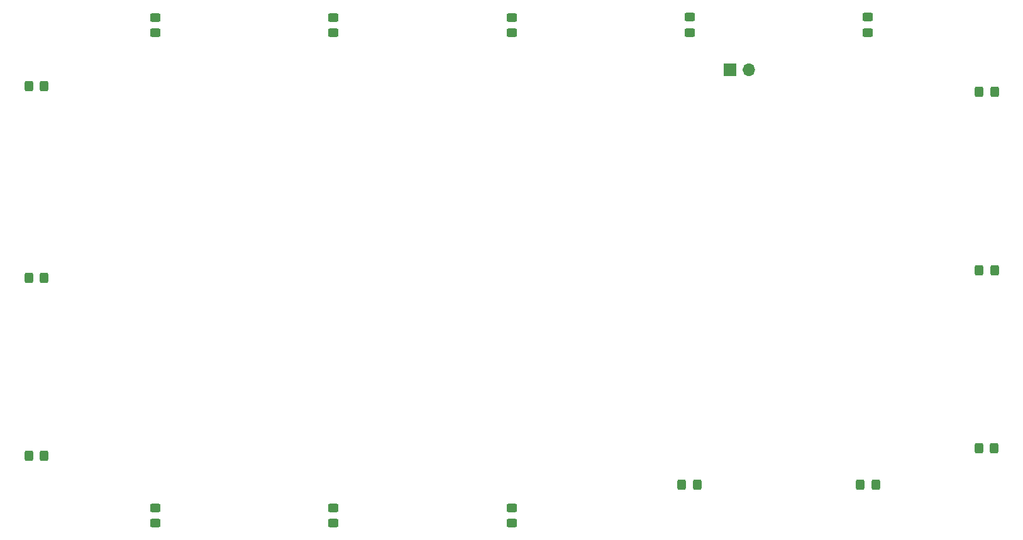
<source format=gbp>
%TF.GenerationSoftware,KiCad,Pcbnew,(7.0.0)*%
%TF.CreationDate,2023-03-23T02:07:03-06:00*%
%TF.ProjectId,MainPlate,4d61696e-506c-4617-9465-2e6b69636164,rev?*%
%TF.SameCoordinates,Original*%
%TF.FileFunction,Paste,Bot*%
%TF.FilePolarity,Positive*%
%FSLAX46Y46*%
G04 Gerber Fmt 4.6, Leading zero omitted, Abs format (unit mm)*
G04 Created by KiCad (PCBNEW (7.0.0)) date 2023-03-23 02:07:03*
%MOMM*%
%LPD*%
G01*
G04 APERTURE LIST*
G04 Aperture macros list*
%AMRoundRect*
0 Rectangle with rounded corners*
0 $1 Rounding radius*
0 $2 $3 $4 $5 $6 $7 $8 $9 X,Y pos of 4 corners*
0 Add a 4 corners polygon primitive as box body*
4,1,4,$2,$3,$4,$5,$6,$7,$8,$9,$2,$3,0*
0 Add four circle primitives for the rounded corners*
1,1,$1+$1,$2,$3*
1,1,$1+$1,$4,$5*
1,1,$1+$1,$6,$7*
1,1,$1+$1,$8,$9*
0 Add four rect primitives between the rounded corners*
20,1,$1+$1,$2,$3,$4,$5,0*
20,1,$1+$1,$4,$5,$6,$7,0*
20,1,$1+$1,$6,$7,$8,$9,0*
20,1,$1+$1,$8,$9,$2,$3,0*%
G04 Aperture macros list end*
%ADD10O,1.700000X1.700000*%
%ADD11R,1.700000X1.700000*%
%ADD12RoundRect,0.250000X-0.325000X-0.450000X0.325000X-0.450000X0.325000X0.450000X-0.325000X0.450000X0*%
%ADD13RoundRect,0.250000X-0.450000X0.325000X-0.450000X-0.325000X0.450000X-0.325000X0.450000X0.325000X0*%
%ADD14RoundRect,0.250000X0.325000X0.450000X-0.325000X0.450000X-0.325000X-0.450000X0.325000X-0.450000X0*%
%ADD15RoundRect,0.250000X0.450000X-0.325000X0.450000X0.325000X-0.450000X0.325000X-0.450000X-0.325000X0*%
G04 APERTURE END LIST*
D10*
%TO.C,J1*%
X181989999Y-72999999D03*
D11*
X179449999Y-72999999D03*
%TD*%
D12*
%TO.C,LED16*%
X212974999Y-76000000D03*
X215024999Y-76000000D03*
%TD*%
%TO.C,LED15*%
X212975000Y-100000000D03*
X215025000Y-100000000D03*
%TD*%
%TO.C,LED14*%
X215000001Y-124000000D03*
X212950001Y-124000000D03*
%TD*%
%TO.C,LED13*%
X199018000Y-128879600D03*
X196968000Y-128879600D03*
%TD*%
%TO.C,LED12*%
X174989600Y-128905000D03*
X172939600Y-128905000D03*
%TD*%
D13*
%TO.C,LED11*%
X150000000Y-131975000D03*
X150000000Y-134025000D03*
%TD*%
%TO.C,LED10*%
X126000000Y-131975000D03*
X126000000Y-134025000D03*
%TD*%
%TO.C,LED9*%
X102000000Y-131975000D03*
X102000000Y-134025000D03*
%TD*%
D14*
%TO.C,LED8*%
X85024999Y-125000000D03*
X87074999Y-125000000D03*
%TD*%
%TO.C,LED7*%
X87025000Y-101000000D03*
X84975000Y-101000000D03*
%TD*%
%TO.C,LED6*%
X84975000Y-75200000D03*
X87025000Y-75200000D03*
%TD*%
D15*
%TO.C,LED5*%
X102000000Y-65950000D03*
X102000000Y-68000000D03*
%TD*%
%TO.C,LED4*%
X126000000Y-68000000D03*
X126000000Y-65950000D03*
%TD*%
%TO.C,LED3*%
X150000000Y-68000000D03*
X150000000Y-65950000D03*
%TD*%
%TO.C,LED2*%
X174000000Y-67975001D03*
X174000000Y-65925001D03*
%TD*%
%TO.C,LED1*%
X198000000Y-67975001D03*
X198000000Y-65925001D03*
%TD*%
M02*

</source>
